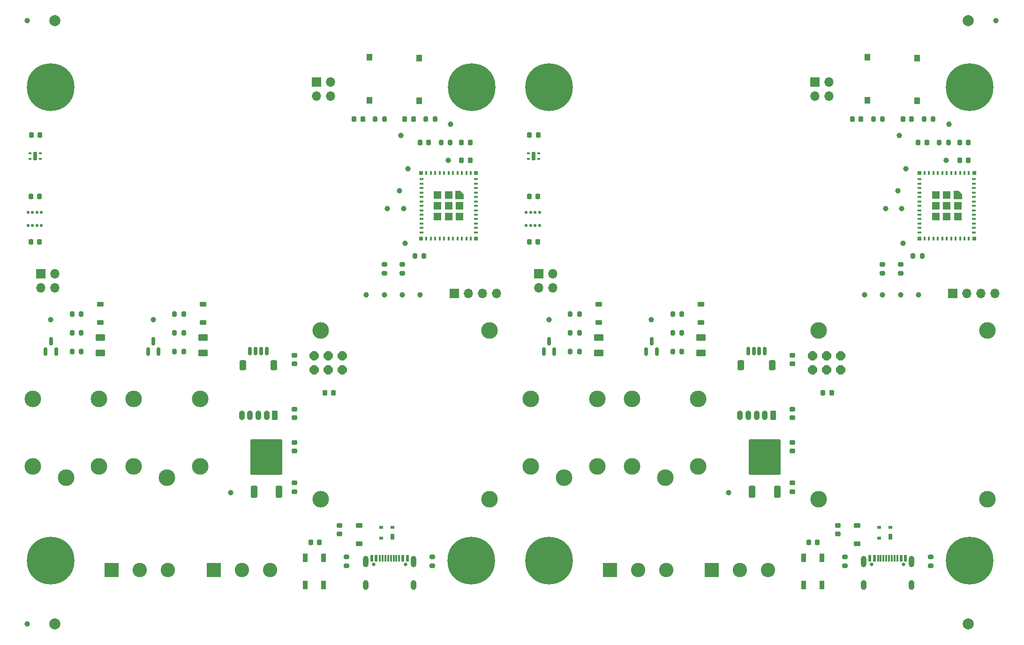
<source format=gbr>
%TF.GenerationSoftware,KiCad,Pcbnew,(7.0.0-0)*%
%TF.CreationDate,2023-04-09T15:50:48-04:00*%
%TF.ProjectId,KwartzLab-SensorBoard-Rev2 Panel,4b776172-747a-44c6-9162-2d53656e736f,2*%
%TF.SameCoordinates,Original*%
%TF.FileFunction,Soldermask,Top*%
%TF.FilePolarity,Negative*%
%FSLAX46Y46*%
G04 Gerber Fmt 4.6, Leading zero omitted, Abs format (unit mm)*
G04 Created by KiCad (PCBNEW (7.0.0-0)) date 2023-04-09 15:50:48*
%MOMM*%
%LPD*%
G01*
G04 APERTURE LIST*
G04 Aperture macros list*
%AMRoundRect*
0 Rectangle with rounded corners*
0 $1 Rounding radius*
0 $2 $3 $4 $5 $6 $7 $8 $9 X,Y pos of 4 corners*
0 Add a 4 corners polygon primitive as box body*
4,1,4,$2,$3,$4,$5,$6,$7,$8,$9,$2,$3,0*
0 Add four circle primitives for the rounded corners*
1,1,$1+$1,$2,$3*
1,1,$1+$1,$4,$5*
1,1,$1+$1,$6,$7*
1,1,$1+$1,$8,$9*
0 Add four rect primitives between the rounded corners*
20,1,$1+$1,$2,$3,$4,$5,0*
20,1,$1+$1,$4,$5,$6,$7,0*
20,1,$1+$1,$6,$7,$8,$9,0*
20,1,$1+$1,$8,$9,$2,$3,0*%
%AMFreePoly0*
4,1,6,0.725000,-0.725000,-0.725000,-0.725000,-0.725000,0.125000,-0.125000,0.725000,0.725000,0.725000,0.725000,-0.725000,0.725000,-0.725000,$1*%
%AMFreePoly1*
4,1,17,0.356937,0.810921,0.810921,0.356937,0.825800,0.321016,0.825800,-0.321016,0.810921,-0.356937,0.356937,-0.810921,0.321016,-0.825800,-0.321016,-0.825800,-0.356937,-0.810921,-0.810921,-0.356937,-0.825800,-0.321016,-0.825800,0.321016,-0.810921,0.356937,-0.356937,0.810921,-0.321016,0.825800,0.321016,0.825800,0.356937,0.810921,0.356937,0.810921,$1*%
G04 Aperture macros list end*
%ADD10R,1.700000X1.700000*%
%ADD11O,1.700000X1.700000*%
%ADD12C,2.000000*%
%ADD13RoundRect,0.250000X0.350000X-0.850000X0.350000X0.850000X-0.350000X0.850000X-0.350000X-0.850000X0*%
%ADD14RoundRect,0.249997X2.650003X-2.950003X2.650003X2.950003X-2.650003X2.950003X-2.650003X-2.950003X0*%
%ADD15R,1.000000X1.250000*%
%ADD16RoundRect,0.225000X-0.225000X-0.250000X0.225000X-0.250000X0.225000X0.250000X-0.225000X0.250000X0*%
%ADD17C,0.900000*%
%ADD18C,8.600000*%
%ADD19RoundRect,0.200000X0.200000X0.275000X-0.200000X0.275000X-0.200000X-0.275000X0.200000X-0.275000X0*%
%ADD20C,1.000000*%
%ADD21RoundRect,0.150000X0.150000X-0.587500X0.150000X0.587500X-0.150000X0.587500X-0.150000X-0.587500X0*%
%ADD22RoundRect,0.250000X0.265000X0.615000X-0.265000X0.615000X-0.265000X-0.615000X0.265000X-0.615000X0*%
%ADD23O,1.030000X1.730000*%
%ADD24RoundRect,0.225000X0.375000X-0.225000X0.375000X0.225000X-0.375000X0.225000X-0.375000X-0.225000X0*%
%ADD25R,0.400000X0.800000*%
%ADD26R,0.800000X0.400000*%
%ADD27FreePoly0,270.000000*%
%ADD28R,1.450000X1.450000*%
%ADD29R,0.700000X0.700000*%
%ADD30RoundRect,0.200000X-0.275000X0.200000X-0.275000X-0.200000X0.275000X-0.200000X0.275000X0.200000X0*%
%ADD31C,3.000000*%
%ADD32RoundRect,0.200000X-0.200000X-0.275000X0.200000X-0.275000X0.200000X0.275000X-0.200000X0.275000X0*%
%ADD33RoundRect,0.225000X0.225000X0.250000X-0.225000X0.250000X-0.225000X-0.250000X0.225000X-0.250000X0*%
%ADD34R,2.600000X2.600000*%
%ADD35C,2.600000*%
%ADD36RoundRect,0.225000X0.250000X-0.225000X0.250000X0.225000X-0.250000X0.225000X-0.250000X-0.225000X0*%
%ADD37R,0.900000X1.500000*%
%ADD38RoundRect,0.225000X-0.375000X0.225000X-0.375000X-0.225000X0.375000X-0.225000X0.375000X0.225000X0*%
%ADD39RoundRect,0.150000X0.150000X0.625000X-0.150000X0.625000X-0.150000X-0.625000X0.150000X-0.625000X0*%
%ADD40RoundRect,0.250000X0.350000X0.650000X-0.350000X0.650000X-0.350000X-0.650000X0.350000X-0.650000X0*%
%ADD41FreePoly1,180.000000*%
%ADD42RoundRect,0.250000X-0.625000X0.375000X-0.625000X-0.375000X0.625000X-0.375000X0.625000X0.375000X0*%
%ADD43RoundRect,0.125000X-0.125000X-0.137500X0.125000X-0.137500X0.125000X0.137500X-0.125000X0.137500X0*%
%ADD44RoundRect,0.225000X-0.250000X0.225000X-0.250000X-0.225000X0.250000X-0.225000X0.250000X0.225000X0*%
%ADD45C,0.650000*%
%ADD46R,0.600000X1.150000*%
%ADD47R,0.300000X1.150000*%
%ADD48O,1.000000X2.100000*%
%ADD49O,1.000000X1.800000*%
%ADD50RoundRect,0.087500X-0.187500X-0.087500X0.187500X-0.087500X0.187500X0.087500X-0.187500X0.087500X0*%
%ADD51RoundRect,0.175000X-0.175000X-0.625000X0.175000X-0.625000X0.175000X0.625000X-0.175000X0.625000X0*%
%ADD52R,0.700000X1.000000*%
%ADD53R,0.700000X0.600000*%
G04 APERTURE END LIST*
D10*
%TO.C,J8*%
X54692805Y-68234290D03*
D11*
X57232805Y-68234290D03*
X54692805Y-70774290D03*
X57232805Y-70774290D03*
%TD*%
D10*
%TO.C,J8*%
X144649993Y-68234290D03*
D11*
X147189993Y-68234290D03*
X144649993Y-70774290D03*
X147189993Y-70774290D03*
%TD*%
D12*
%TO.C,REF\u002A\u002A*%
X222157194Y-131500000D03*
%TD*%
D13*
%TO.C,U2*%
X183144994Y-107625000D03*
D14*
X185424994Y-101325000D03*
D13*
X187704994Y-107625000D03*
%TD*%
%TO.C,U2*%
X93187806Y-107625000D03*
D14*
X95467806Y-101325000D03*
D13*
X97747806Y-107625000D03*
%TD*%
D15*
%TO.C,SW1*%
X203999993Y-29124999D03*
X203999993Y-36874999D03*
%TD*%
%TO.C,SW1*%
X114042805Y-29124999D03*
X114042805Y-36874999D03*
%TD*%
D16*
%TO.C,C7*%
X201249994Y-40250000D03*
X202799994Y-40250000D03*
%TD*%
%TO.C,C7*%
X111292806Y-40250000D03*
X112842806Y-40250000D03*
%TD*%
D17*
%TO.C,H3*%
X219207182Y-34500000D03*
X220151763Y-32219581D03*
X220151763Y-36780419D03*
X222432182Y-31275000D03*
D18*
X222432182Y-34500000D03*
D17*
X222432182Y-37725000D03*
X224712601Y-32219581D03*
X224712601Y-36780419D03*
X225657182Y-34500000D03*
%TD*%
%TO.C,H3*%
X129249994Y-34500000D03*
X130194575Y-32219581D03*
X130194575Y-36780419D03*
X132474994Y-31275000D03*
D18*
X132474994Y-34500000D03*
D17*
X132474994Y-37725000D03*
X134755413Y-32219581D03*
X134755413Y-36780419D03*
X135699994Y-34500000D03*
%TD*%
%TO.C,H1*%
X53292806Y-120000000D03*
X54237387Y-117719581D03*
X54237387Y-122280419D03*
X56517806Y-116775000D03*
D18*
X56517806Y-120000000D03*
D17*
X56517806Y-123225000D03*
X58798225Y-117719581D03*
X58798225Y-122280419D03*
X59742806Y-120000000D03*
%TD*%
%TO.C,H1*%
X143249994Y-120000000D03*
X144194575Y-117719581D03*
X144194575Y-122280419D03*
X146474994Y-116775000D03*
D18*
X146474994Y-120000000D03*
D17*
X146474994Y-123225000D03*
X148755413Y-117719581D03*
X148755413Y-122280419D03*
X149699994Y-120000000D03*
%TD*%
D19*
%TO.C,R13*%
X170449994Y-82250000D03*
X168799994Y-82250000D03*
%TD*%
%TO.C,R13*%
X80492806Y-82250000D03*
X78842806Y-82250000D03*
%TD*%
D10*
%TO.C,J1*%
X219369993Y-71749999D03*
D11*
X221909993Y-71749999D03*
X224449993Y-71749999D03*
X226989993Y-71749999D03*
%TD*%
D10*
%TO.C,J1*%
X129412805Y-71749999D03*
D11*
X131952805Y-71749999D03*
X134492805Y-71749999D03*
X137032805Y-71749999D03*
%TD*%
D20*
%TO.C,TP1*%
X210949994Y-49250000D03*
%TD*%
%TO.C,TP1*%
X120992806Y-49250000D03*
%TD*%
D17*
%TO.C,H4*%
X143249994Y-34500000D03*
X144194575Y-32219581D03*
X144194575Y-36780419D03*
X146474994Y-31275000D03*
D18*
X146474994Y-34500000D03*
D17*
X146474994Y-37725000D03*
X148755413Y-32219581D03*
X148755413Y-36780419D03*
X149699994Y-34500000D03*
%TD*%
%TO.C,H4*%
X53292806Y-34500000D03*
X54237387Y-32219581D03*
X54237387Y-36780419D03*
X56517806Y-31275000D03*
D18*
X56517806Y-34500000D03*
D17*
X56517806Y-37725000D03*
X58798225Y-32219581D03*
X58798225Y-36780419D03*
X59742806Y-34500000D03*
%TD*%
D21*
%TO.C,Q2*%
X164049994Y-82250000D03*
X165949994Y-82250000D03*
X164999994Y-80375000D03*
%TD*%
%TO.C,Q2*%
X74092806Y-82250000D03*
X75992806Y-82250000D03*
X75042806Y-80375000D03*
%TD*%
D22*
%TO.C,J3*%
X186949994Y-93750000D03*
D23*
X185449993Y-93749999D03*
X183949993Y-93749999D03*
X182449993Y-93749999D03*
X180949993Y-93749999D03*
%TD*%
D22*
%TO.C,J3*%
X96992806Y-93750000D03*
D23*
X95492805Y-93749999D03*
X93992805Y-93749999D03*
X92492805Y-93749999D03*
X90992805Y-93749999D03*
%TD*%
D12*
%TO.C,REF\u002A\u002A*%
X57242806Y-22500000D03*
%TD*%
D24*
%TO.C,D6*%
X155449994Y-77050000D03*
X155449994Y-73750000D03*
%TD*%
%TO.C,D6*%
X65492806Y-77050000D03*
X65492806Y-73750000D03*
%TD*%
D25*
%TO.C,U1*%
X222299993Y-50049999D03*
X221499993Y-50049999D03*
X220699993Y-50049999D03*
X219899993Y-50049999D03*
X219099993Y-50049999D03*
X218299993Y-50049999D03*
X217499993Y-50049999D03*
X216699993Y-50049999D03*
X215899993Y-50049999D03*
X215099993Y-50049999D03*
X214299993Y-50049999D03*
D26*
X213399993Y-51149999D03*
X213399993Y-51949999D03*
X213399993Y-52749999D03*
X213399993Y-53549999D03*
X213399993Y-54349999D03*
X213399993Y-55149999D03*
X213399993Y-55949999D03*
X213399993Y-56749999D03*
X213399993Y-57549999D03*
X213399993Y-58349999D03*
X213399993Y-59149999D03*
X213399993Y-59949999D03*
X213399993Y-60749999D03*
D25*
X214299993Y-61849999D03*
X215099993Y-61849999D03*
X215899993Y-61849999D03*
X216699993Y-61849999D03*
X217499993Y-61849999D03*
X218299993Y-61849999D03*
X219099993Y-61849999D03*
X219899993Y-61849999D03*
X220699993Y-61849999D03*
X221499993Y-61849999D03*
X222299993Y-61849999D03*
D26*
X223199993Y-60749999D03*
X223199993Y-59949999D03*
X223199993Y-59149999D03*
X223199993Y-58349999D03*
X223199993Y-57549999D03*
X223199993Y-56749999D03*
X223199993Y-55949999D03*
X223199993Y-55149999D03*
X223199993Y-54349999D03*
X223199993Y-53549999D03*
X223199993Y-52749999D03*
X223199993Y-51949999D03*
X223199993Y-51149999D03*
D27*
X220274994Y-53975000D03*
D28*
X218299993Y-53974999D03*
X216324993Y-53974999D03*
X220274993Y-55949999D03*
X218299993Y-55949999D03*
X216324993Y-55949999D03*
X220274993Y-57924999D03*
X218299993Y-57924999D03*
X216324993Y-57924999D03*
D29*
X223249993Y-61899999D03*
X213349993Y-61899999D03*
X213349993Y-49999999D03*
X223249993Y-49999999D03*
%TD*%
D25*
%TO.C,U1*%
X132342805Y-50049999D03*
X131542805Y-50049999D03*
X130742805Y-50049999D03*
X129942805Y-50049999D03*
X129142805Y-50049999D03*
X128342805Y-50049999D03*
X127542805Y-50049999D03*
X126742805Y-50049999D03*
X125942805Y-50049999D03*
X125142805Y-50049999D03*
X124342805Y-50049999D03*
D26*
X123442805Y-51149999D03*
X123442805Y-51949999D03*
X123442805Y-52749999D03*
X123442805Y-53549999D03*
X123442805Y-54349999D03*
X123442805Y-55149999D03*
X123442805Y-55949999D03*
X123442805Y-56749999D03*
X123442805Y-57549999D03*
X123442805Y-58349999D03*
X123442805Y-59149999D03*
X123442805Y-59949999D03*
X123442805Y-60749999D03*
D25*
X124342805Y-61849999D03*
X125142805Y-61849999D03*
X125942805Y-61849999D03*
X126742805Y-61849999D03*
X127542805Y-61849999D03*
X128342805Y-61849999D03*
X129142805Y-61849999D03*
X129942805Y-61849999D03*
X130742805Y-61849999D03*
X131542805Y-61849999D03*
X132342805Y-61849999D03*
D26*
X133242805Y-60749999D03*
X133242805Y-59949999D03*
X133242805Y-59149999D03*
X133242805Y-58349999D03*
X133242805Y-57549999D03*
X133242805Y-56749999D03*
X133242805Y-55949999D03*
X133242805Y-55149999D03*
X133242805Y-54349999D03*
X133242805Y-53549999D03*
X133242805Y-52749999D03*
X133242805Y-51949999D03*
X133242805Y-51149999D03*
D27*
X130317806Y-53975000D03*
D28*
X128342805Y-53974999D03*
X126367805Y-53974999D03*
X130317805Y-55949999D03*
X128342805Y-55949999D03*
X126367805Y-55949999D03*
X130317805Y-57924999D03*
X128342805Y-57924999D03*
X126367805Y-57924999D03*
D29*
X133292805Y-61899999D03*
X123392805Y-61899999D03*
X123392805Y-49999999D03*
X133292805Y-49999999D03*
%TD*%
D30*
%TO.C,R4*%
X199879994Y-119350000D03*
X199879994Y-121000000D03*
%TD*%
%TO.C,R4*%
X109922806Y-119350000D03*
X109922806Y-121000000D03*
%TD*%
D20*
%TO.C,REF\u002A\u002A*%
X52242806Y-22500000D03*
%TD*%
D31*
%TO.C,K2*%
X167449994Y-105050000D03*
X161449994Y-90850000D03*
X173449994Y-90850000D03*
X173449994Y-103050000D03*
X161449994Y-103050000D03*
%TD*%
%TO.C,K2*%
X77492806Y-105050000D03*
X71492806Y-90850000D03*
X83492806Y-90850000D03*
X83492806Y-103050000D03*
X71492806Y-103050000D03*
%TD*%
D16*
%TO.C,C2*%
X130692806Y-47750000D03*
X132242806Y-47750000D03*
%TD*%
%TO.C,C2*%
X220649994Y-47750000D03*
X222199994Y-47750000D03*
%TD*%
D32*
%TO.C,R8*%
X150299994Y-78875000D03*
X151949994Y-78875000D03*
%TD*%
%TO.C,R8*%
X60342806Y-78875000D03*
X61992806Y-78875000D03*
%TD*%
D17*
%TO.C,H2*%
X219194575Y-120000000D03*
X220139156Y-117719581D03*
X220139156Y-122280419D03*
X222419575Y-116775000D03*
D18*
X222419575Y-120000000D03*
D17*
X222419575Y-123225000D03*
X224699994Y-117719581D03*
X224699994Y-122280419D03*
X225644575Y-120000000D03*
%TD*%
%TO.C,H2*%
X129237387Y-120000000D03*
X130181968Y-117719581D03*
X130181968Y-122280419D03*
X132462387Y-116775000D03*
D18*
X132462387Y-120000000D03*
D17*
X132462387Y-123225000D03*
X134742806Y-117719581D03*
X134742806Y-122280419D03*
X135687387Y-120000000D03*
%TD*%
D12*
%TO.C,REF\u002A\u002A*%
X57242806Y-131500000D03*
%TD*%
D33*
%TO.C,C14*%
X197499994Y-89750000D03*
X195949994Y-89750000D03*
%TD*%
%TO.C,C14*%
X107542806Y-89750000D03*
X105992806Y-89750000D03*
%TD*%
D30*
%TO.C,R1*%
X209949994Y-66500000D03*
X209949994Y-68150000D03*
%TD*%
%TO.C,R1*%
X119992806Y-66500000D03*
X119992806Y-68150000D03*
%TD*%
D16*
%TO.C,C10*%
X142949994Y-43187500D03*
X144499994Y-43187500D03*
%TD*%
%TO.C,C10*%
X52992806Y-43187500D03*
X54542806Y-43187500D03*
%TD*%
D34*
%TO.C,J6*%
X175864993Y-121749999D03*
D35*
X180944994Y-121750000D03*
X186024994Y-121750000D03*
%TD*%
D34*
%TO.C,J6*%
X85907805Y-121749999D03*
D35*
X90987806Y-121750000D03*
X96067806Y-121750000D03*
%TD*%
D20*
%TO.C,TP10*%
X178949994Y-107750000D03*
%TD*%
%TO.C,TP10*%
X88992806Y-107750000D03*
%TD*%
D36*
%TO.C,C15*%
X190449994Y-84500000D03*
X190449994Y-82950000D03*
%TD*%
%TO.C,C15*%
X100492806Y-84500000D03*
X100492806Y-82950000D03*
%TD*%
D37*
%TO.C,D3*%
X192449993Y-124399999D03*
X195749993Y-124399999D03*
X195749993Y-119499999D03*
X192449993Y-119499999D03*
%TD*%
%TO.C,D3*%
X102492805Y-124399999D03*
X105792805Y-124399999D03*
X105792805Y-119499999D03*
X102492805Y-119499999D03*
%TD*%
D36*
%TO.C,C13*%
X190449994Y-94250000D03*
X190449994Y-92700000D03*
%TD*%
%TO.C,C13*%
X100492806Y-94250000D03*
X100492806Y-92700000D03*
%TD*%
D30*
%TO.C,R5*%
X125422806Y-119350000D03*
X125422806Y-121000000D03*
%TD*%
%TO.C,R5*%
X215379994Y-119350000D03*
X215379994Y-121000000D03*
%TD*%
D20*
%TO.C,TP9*%
X209949994Y-72000000D03*
%TD*%
%TO.C,TP9*%
X119992806Y-72000000D03*
%TD*%
%TO.C,REF\u002A\u002A*%
X227157194Y-22500000D03*
%TD*%
D15*
%TO.C,SW2*%
X212949993Y-29249999D03*
X212949993Y-36999999D03*
%TD*%
%TO.C,SW2*%
X122992805Y-29249999D03*
X122992805Y-36999999D03*
%TD*%
D20*
%TO.C,REF\u002A\u002A*%
X52242806Y-131500000D03*
%TD*%
D36*
%TO.C,C5*%
X100492806Y-100250000D03*
X100492806Y-98700000D03*
%TD*%
%TO.C,C5*%
X190449994Y-100250000D03*
X190449994Y-98700000D03*
%TD*%
D20*
%TO.C,TP4*%
X203449994Y-72000000D03*
%TD*%
%TO.C,TP4*%
X113492806Y-72000000D03*
%TD*%
D32*
%TO.C,R7*%
X214199994Y-40250000D03*
X215849994Y-40250000D03*
%TD*%
%TO.C,R7*%
X124242806Y-40250000D03*
X125892806Y-40250000D03*
%TD*%
D38*
%TO.C,D2*%
X202129994Y-113700000D03*
X202129994Y-117000000D03*
%TD*%
%TO.C,D2*%
X112172806Y-113700000D03*
X112172806Y-117000000D03*
%TD*%
D20*
%TO.C,TP3*%
X164949994Y-76500000D03*
%TD*%
%TO.C,TP3*%
X74992806Y-76500000D03*
%TD*%
D16*
%TO.C,C1*%
X213149994Y-44500000D03*
X214699994Y-44500000D03*
%TD*%
%TO.C,C1*%
X123192806Y-44500000D03*
X124742806Y-44500000D03*
%TD*%
D39*
%TO.C,J7*%
X185449994Y-82225000D03*
X184449994Y-82225000D03*
X183449994Y-82225000D03*
X182449994Y-82225000D03*
D40*
X186749994Y-84750000D03*
X181149994Y-84750000D03*
%TD*%
D39*
%TO.C,J7*%
X95492806Y-82225000D03*
X94492806Y-82225000D03*
X93492806Y-82225000D03*
X92492806Y-82225000D03*
D40*
X96792806Y-84750000D03*
X91192806Y-84750000D03*
%TD*%
D12*
%TO.C,REF\u002A\u002A*%
X222157194Y-22500000D03*
%TD*%
D16*
%TO.C,C8*%
X210399994Y-40250000D03*
X211949994Y-40250000D03*
%TD*%
%TO.C,C8*%
X120442806Y-40250000D03*
X121992806Y-40250000D03*
%TD*%
D32*
%TO.C,R14*%
X212199994Y-64990000D03*
X213849994Y-64990000D03*
%TD*%
%TO.C,R14*%
X122242806Y-64990000D03*
X123892806Y-64990000D03*
%TD*%
D20*
%TO.C,TP13*%
X209699994Y-43250000D03*
%TD*%
%TO.C,TP13*%
X119742806Y-43250000D03*
%TD*%
%TO.C,TP6*%
X218199994Y-47750000D03*
%TD*%
%TO.C,TP6*%
X128242806Y-47750000D03*
%TD*%
D34*
%TO.C,J5*%
X157449993Y-121749999D03*
D35*
X162529994Y-121750000D03*
X167609994Y-121750000D03*
%TD*%
D34*
%TO.C,J5*%
X67492805Y-121749999D03*
D35*
X72572806Y-121750000D03*
X77652806Y-121750000D03*
%TD*%
D31*
%TO.C,J4*%
X225673122Y-108944944D03*
X225673122Y-78464944D03*
X195193122Y-108944944D03*
X195193122Y-78464944D03*
D41*
X199132922Y-83034144D03*
X199132922Y-85574144D03*
X196592922Y-83034144D03*
X196592922Y-85574144D03*
X194052922Y-83034144D03*
X194052922Y-85574144D03*
%TD*%
D31*
%TO.C,J4*%
X135715934Y-108944944D03*
X135715934Y-78464944D03*
X105235934Y-108944944D03*
X105235934Y-78464944D03*
D41*
X109175734Y-83034144D03*
X109175734Y-85574144D03*
X106635734Y-83034144D03*
X106635734Y-85574144D03*
X104095734Y-83034144D03*
X104095734Y-85574144D03*
%TD*%
D19*
%TO.C,R10*%
X151949994Y-75500000D03*
X150299994Y-75500000D03*
%TD*%
%TO.C,R10*%
X61992806Y-75500000D03*
X60342806Y-75500000D03*
%TD*%
%TO.C,R12*%
X170449994Y-75500000D03*
X168799994Y-75500000D03*
%TD*%
%TO.C,R12*%
X80492806Y-75500000D03*
X78842806Y-75500000D03*
%TD*%
D24*
%TO.C,D7*%
X173949994Y-77050000D03*
X173949994Y-73750000D03*
%TD*%
%TO.C,D7*%
X83992806Y-77050000D03*
X83992806Y-73750000D03*
%TD*%
D42*
%TO.C,D4*%
X155449994Y-79700000D03*
X155449994Y-82500000D03*
%TD*%
%TO.C,D4*%
X65492806Y-79700000D03*
X65492806Y-82500000D03*
%TD*%
D20*
%TO.C,TP11*%
X206699994Y-72000000D03*
%TD*%
%TO.C,TP11*%
X116742806Y-72000000D03*
%TD*%
%TO.C,TP14*%
X209449994Y-53250000D03*
%TD*%
%TO.C,TP14*%
X119492806Y-53250000D03*
%TD*%
D16*
%TO.C,C3*%
X220649994Y-44500000D03*
X222199994Y-44500000D03*
%TD*%
%TO.C,C3*%
X130692806Y-44500000D03*
X132242806Y-44500000D03*
%TD*%
D43*
%TO.C,U4*%
X142349994Y-57125000D03*
X143149994Y-57125000D03*
X143949994Y-57125000D03*
X144749994Y-57125000D03*
X144749994Y-59500000D03*
X143949994Y-59500000D03*
X143149994Y-59500000D03*
X142349994Y-59500000D03*
%TD*%
%TO.C,U4*%
X52392806Y-57125000D03*
X53192806Y-57125000D03*
X53992806Y-57125000D03*
X54792806Y-57125000D03*
X54792806Y-59500000D03*
X53992806Y-59500000D03*
X53192806Y-59500000D03*
X52392806Y-59500000D03*
%TD*%
D20*
%TO.C,TP8*%
X210159994Y-56410000D03*
%TD*%
%TO.C,TP8*%
X120202806Y-56410000D03*
%TD*%
%TO.C,TP5*%
X213199994Y-72000000D03*
%TD*%
%TO.C,TP5*%
X123242806Y-72000000D03*
%TD*%
%TO.C,TP12*%
X210449994Y-62750000D03*
%TD*%
%TO.C,TP12*%
X120492806Y-62750000D03*
%TD*%
D44*
%TO.C,C6*%
X198629994Y-113700000D03*
X198629994Y-115250000D03*
%TD*%
%TO.C,C6*%
X108672806Y-113700000D03*
X108672806Y-115250000D03*
%TD*%
D45*
%TO.C,J2*%
X204739994Y-120720000D03*
X210519994Y-120720000D03*
D46*
X204429993Y-119644999D03*
X205229993Y-119644999D03*
D47*
X206379993Y-119644999D03*
X207379993Y-119644999D03*
X207879993Y-119644999D03*
X208879993Y-119644999D03*
D46*
X210029993Y-119644999D03*
X210829993Y-119644999D03*
X210829993Y-119644999D03*
X210029993Y-119644999D03*
D47*
X209379993Y-119644999D03*
X208379993Y-119644999D03*
X206879993Y-119644999D03*
X205879993Y-119644999D03*
D46*
X205229993Y-119644999D03*
X204429993Y-119644999D03*
D48*
X203309993Y-120219999D03*
D49*
X203309993Y-124399999D03*
D48*
X211949993Y-120219999D03*
D49*
X211949993Y-124399999D03*
%TD*%
D45*
%TO.C,J2*%
X114782806Y-120720000D03*
X120562806Y-120720000D03*
D46*
X114472805Y-119644999D03*
X115272805Y-119644999D03*
D47*
X116422805Y-119644999D03*
X117422805Y-119644999D03*
X117922805Y-119644999D03*
X118922805Y-119644999D03*
D46*
X120072805Y-119644999D03*
X120872805Y-119644999D03*
X120872805Y-119644999D03*
X120072805Y-119644999D03*
D47*
X119422805Y-119644999D03*
X118422805Y-119644999D03*
X116922805Y-119644999D03*
X115922805Y-119644999D03*
D46*
X115272805Y-119644999D03*
X114472805Y-119644999D03*
D48*
X113352805Y-120219999D03*
D49*
X113352805Y-124399999D03*
D48*
X121992805Y-120219999D03*
D49*
X121992805Y-124399999D03*
%TD*%
D19*
%TO.C,R11*%
X151949994Y-82250000D03*
X150299994Y-82250000D03*
%TD*%
%TO.C,R11*%
X61992806Y-82250000D03*
X60342806Y-82250000D03*
%TD*%
D21*
%TO.C,Q1*%
X145549994Y-82250000D03*
X147449994Y-82250000D03*
X146499994Y-80375000D03*
%TD*%
%TO.C,Q1*%
X55592806Y-82250000D03*
X57492806Y-82250000D03*
X56542806Y-80375000D03*
%TD*%
D10*
%TO.C,J9*%
X194449993Y-33609999D03*
D11*
X196989993Y-33609999D03*
X194449993Y-36149999D03*
X196989993Y-36149999D03*
%TD*%
D10*
%TO.C,J9*%
X104492805Y-33609999D03*
D11*
X107032805Y-33609999D03*
X104492805Y-36149999D03*
X107032805Y-36149999D03*
%TD*%
D30*
%TO.C,R2*%
X206699994Y-66500000D03*
X206699994Y-68150000D03*
%TD*%
%TO.C,R2*%
X116742806Y-66500000D03*
X116742806Y-68150000D03*
%TD*%
D50*
%TO.C,U3*%
X142749994Y-46500000D03*
X142749994Y-47500000D03*
X144599994Y-47500000D03*
X144599994Y-46500000D03*
D51*
X143674994Y-47000000D03*
%TD*%
D50*
%TO.C,U3*%
X52792806Y-46500000D03*
X52792806Y-47500000D03*
X54642806Y-47500000D03*
X54642806Y-46500000D03*
D51*
X53717806Y-47000000D03*
%TD*%
D32*
%TO.C,R9*%
X168799994Y-78875000D03*
X170449994Y-78875000D03*
%TD*%
%TO.C,R9*%
X78842806Y-78875000D03*
X80492806Y-78875000D03*
%TD*%
D20*
%TO.C,TP15*%
X218699994Y-41250000D03*
%TD*%
%TO.C,TP15*%
X128742806Y-41250000D03*
%TD*%
D42*
%TO.C,D5*%
X173949994Y-79700000D03*
X173949994Y-82500000D03*
%TD*%
%TO.C,D5*%
X83992806Y-79700000D03*
X83992806Y-82500000D03*
%TD*%
D52*
%TO.C,D1*%
X208129993Y-115749999D03*
D53*
X208129993Y-114049999D03*
X206129993Y-114049999D03*
X206129993Y-115949999D03*
%TD*%
D52*
%TO.C,D1*%
X118172805Y-115749999D03*
D53*
X118172805Y-114049999D03*
X116172805Y-114049999D03*
X116172805Y-115949999D03*
%TD*%
D36*
%TO.C,C4*%
X190449994Y-107550000D03*
X190449994Y-106000000D03*
%TD*%
%TO.C,C4*%
X100492806Y-107550000D03*
X100492806Y-106000000D03*
%TD*%
D32*
%TO.C,R6*%
X205049994Y-40250000D03*
X206699994Y-40250000D03*
%TD*%
%TO.C,R6*%
X115092806Y-40250000D03*
X116742806Y-40250000D03*
%TD*%
D31*
%TO.C,K1*%
X149199994Y-105050000D03*
X143199994Y-90850000D03*
X155199994Y-90850000D03*
X155199994Y-103050000D03*
X143199994Y-103050000D03*
%TD*%
%TO.C,K1*%
X59242806Y-105050000D03*
X53242806Y-90850000D03*
X65242806Y-90850000D03*
X65242806Y-103050000D03*
X53242806Y-103050000D03*
%TD*%
D16*
%TO.C,C11*%
X142899994Y-54250000D03*
X144449994Y-54250000D03*
%TD*%
%TO.C,C11*%
X52942806Y-54250000D03*
X54492806Y-54250000D03*
%TD*%
%TO.C,C9*%
X193399994Y-116750000D03*
X194949994Y-116750000D03*
%TD*%
%TO.C,C9*%
X103442806Y-116750000D03*
X104992806Y-116750000D03*
%TD*%
D20*
%TO.C,TP7*%
X207269994Y-56410000D03*
%TD*%
%TO.C,TP7*%
X117312806Y-56410000D03*
%TD*%
%TO.C,TP2*%
X146449994Y-76500000D03*
%TD*%
%TO.C,TP2*%
X56492806Y-76500000D03*
%TD*%
D19*
%TO.C,R3*%
X218599994Y-44500000D03*
X216949994Y-44500000D03*
%TD*%
%TO.C,R3*%
X128642806Y-44500000D03*
X126992806Y-44500000D03*
%TD*%
D16*
%TO.C,C12*%
X52942806Y-62500000D03*
X54492806Y-62500000D03*
%TD*%
%TO.C,C12*%
X142899994Y-62500000D03*
X144449994Y-62500000D03*
%TD*%
M02*

</source>
